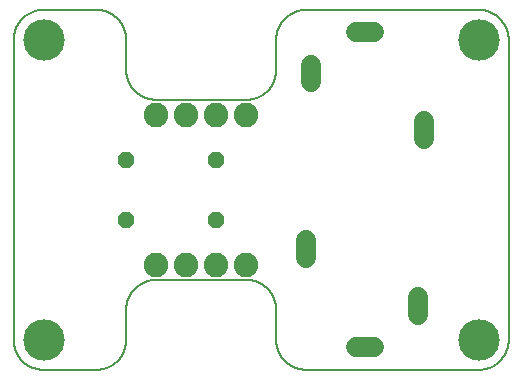
<source format=gbs>
G75*
%MOIN*%
%OFA0B0*%
%FSLAX25Y25*%
%IPPOS*%
%LPD*%
%AMOC8*
5,1,8,0,0,1.08239X$1,22.5*
%
%ADD10C,0.00800*%
%ADD11C,0.00000*%
%ADD12C,0.13800*%
%ADD13C,0.08200*%
%ADD14C,0.06706*%
%ADD15OC8,0.05600*%
D10*
X0012250Y0015449D02*
X0029750Y0015449D01*
X0029992Y0015452D01*
X0030233Y0015461D01*
X0030474Y0015475D01*
X0030715Y0015496D01*
X0030955Y0015522D01*
X0031195Y0015554D01*
X0031434Y0015592D01*
X0031671Y0015635D01*
X0031908Y0015685D01*
X0032143Y0015740D01*
X0032377Y0015800D01*
X0032609Y0015867D01*
X0032840Y0015938D01*
X0033069Y0016016D01*
X0033296Y0016099D01*
X0033521Y0016187D01*
X0033744Y0016281D01*
X0033964Y0016380D01*
X0034182Y0016485D01*
X0034397Y0016594D01*
X0034610Y0016709D01*
X0034820Y0016829D01*
X0035026Y0016954D01*
X0035230Y0017084D01*
X0035431Y0017219D01*
X0035628Y0017359D01*
X0035822Y0017503D01*
X0036012Y0017652D01*
X0036198Y0017806D01*
X0036381Y0017964D01*
X0036560Y0018126D01*
X0036735Y0018293D01*
X0036906Y0018464D01*
X0037073Y0018639D01*
X0037235Y0018818D01*
X0037393Y0019001D01*
X0037547Y0019187D01*
X0037696Y0019377D01*
X0037840Y0019571D01*
X0037980Y0019768D01*
X0038115Y0019969D01*
X0038245Y0020173D01*
X0038370Y0020379D01*
X0038490Y0020589D01*
X0038605Y0020802D01*
X0038714Y0021017D01*
X0038819Y0021235D01*
X0038918Y0021455D01*
X0039012Y0021678D01*
X0039100Y0021903D01*
X0039183Y0022130D01*
X0039261Y0022359D01*
X0039332Y0022590D01*
X0039399Y0022822D01*
X0039459Y0023056D01*
X0039514Y0023291D01*
X0039564Y0023528D01*
X0039607Y0023765D01*
X0039645Y0024004D01*
X0039677Y0024244D01*
X0039703Y0024484D01*
X0039724Y0024725D01*
X0039738Y0024966D01*
X0039747Y0025207D01*
X0039750Y0025449D01*
X0039750Y0035449D01*
X0039753Y0035691D01*
X0039762Y0035932D01*
X0039776Y0036173D01*
X0039797Y0036414D01*
X0039823Y0036654D01*
X0039855Y0036894D01*
X0039893Y0037133D01*
X0039936Y0037370D01*
X0039986Y0037607D01*
X0040041Y0037842D01*
X0040101Y0038076D01*
X0040168Y0038308D01*
X0040239Y0038539D01*
X0040317Y0038768D01*
X0040400Y0038995D01*
X0040488Y0039220D01*
X0040582Y0039443D01*
X0040681Y0039663D01*
X0040786Y0039881D01*
X0040895Y0040096D01*
X0041010Y0040309D01*
X0041130Y0040519D01*
X0041255Y0040725D01*
X0041385Y0040929D01*
X0041520Y0041130D01*
X0041660Y0041327D01*
X0041804Y0041521D01*
X0041953Y0041711D01*
X0042107Y0041897D01*
X0042265Y0042080D01*
X0042427Y0042259D01*
X0042594Y0042434D01*
X0042765Y0042605D01*
X0042940Y0042772D01*
X0043119Y0042934D01*
X0043302Y0043092D01*
X0043488Y0043246D01*
X0043678Y0043395D01*
X0043872Y0043539D01*
X0044069Y0043679D01*
X0044270Y0043814D01*
X0044474Y0043944D01*
X0044680Y0044069D01*
X0044890Y0044189D01*
X0045103Y0044304D01*
X0045318Y0044413D01*
X0045536Y0044518D01*
X0045756Y0044617D01*
X0045979Y0044711D01*
X0046204Y0044799D01*
X0046431Y0044882D01*
X0046660Y0044960D01*
X0046891Y0045031D01*
X0047123Y0045098D01*
X0047357Y0045158D01*
X0047592Y0045213D01*
X0047829Y0045263D01*
X0048066Y0045306D01*
X0048305Y0045344D01*
X0048545Y0045376D01*
X0048785Y0045402D01*
X0049026Y0045423D01*
X0049267Y0045437D01*
X0049508Y0045446D01*
X0049750Y0045449D01*
X0079750Y0045449D01*
X0079992Y0045446D01*
X0080233Y0045437D01*
X0080474Y0045423D01*
X0080715Y0045402D01*
X0080955Y0045376D01*
X0081195Y0045344D01*
X0081434Y0045306D01*
X0081671Y0045263D01*
X0081908Y0045213D01*
X0082143Y0045158D01*
X0082377Y0045098D01*
X0082609Y0045031D01*
X0082840Y0044960D01*
X0083069Y0044882D01*
X0083296Y0044799D01*
X0083521Y0044711D01*
X0083744Y0044617D01*
X0083964Y0044518D01*
X0084182Y0044413D01*
X0084397Y0044304D01*
X0084610Y0044189D01*
X0084820Y0044069D01*
X0085026Y0043944D01*
X0085230Y0043814D01*
X0085431Y0043679D01*
X0085628Y0043539D01*
X0085822Y0043395D01*
X0086012Y0043246D01*
X0086198Y0043092D01*
X0086381Y0042934D01*
X0086560Y0042772D01*
X0086735Y0042605D01*
X0086906Y0042434D01*
X0087073Y0042259D01*
X0087235Y0042080D01*
X0087393Y0041897D01*
X0087547Y0041711D01*
X0087696Y0041521D01*
X0087840Y0041327D01*
X0087980Y0041130D01*
X0088115Y0040929D01*
X0088245Y0040725D01*
X0088370Y0040519D01*
X0088490Y0040309D01*
X0088605Y0040096D01*
X0088714Y0039881D01*
X0088819Y0039663D01*
X0088918Y0039443D01*
X0089012Y0039220D01*
X0089100Y0038995D01*
X0089183Y0038768D01*
X0089261Y0038539D01*
X0089332Y0038308D01*
X0089399Y0038076D01*
X0089459Y0037842D01*
X0089514Y0037607D01*
X0089564Y0037370D01*
X0089607Y0037133D01*
X0089645Y0036894D01*
X0089677Y0036654D01*
X0089703Y0036414D01*
X0089724Y0036173D01*
X0089738Y0035932D01*
X0089747Y0035691D01*
X0089750Y0035449D01*
X0089750Y0025449D01*
X0089753Y0025207D01*
X0089762Y0024966D01*
X0089776Y0024725D01*
X0089797Y0024484D01*
X0089823Y0024244D01*
X0089855Y0024004D01*
X0089893Y0023765D01*
X0089936Y0023528D01*
X0089986Y0023291D01*
X0090041Y0023056D01*
X0090101Y0022822D01*
X0090168Y0022590D01*
X0090239Y0022359D01*
X0090317Y0022130D01*
X0090400Y0021903D01*
X0090488Y0021678D01*
X0090582Y0021455D01*
X0090681Y0021235D01*
X0090786Y0021017D01*
X0090895Y0020802D01*
X0091010Y0020589D01*
X0091130Y0020379D01*
X0091255Y0020173D01*
X0091385Y0019969D01*
X0091520Y0019768D01*
X0091660Y0019571D01*
X0091804Y0019377D01*
X0091953Y0019187D01*
X0092107Y0019001D01*
X0092265Y0018818D01*
X0092427Y0018639D01*
X0092594Y0018464D01*
X0092765Y0018293D01*
X0092940Y0018126D01*
X0093119Y0017964D01*
X0093302Y0017806D01*
X0093488Y0017652D01*
X0093678Y0017503D01*
X0093872Y0017359D01*
X0094069Y0017219D01*
X0094270Y0017084D01*
X0094474Y0016954D01*
X0094680Y0016829D01*
X0094890Y0016709D01*
X0095103Y0016594D01*
X0095318Y0016485D01*
X0095536Y0016380D01*
X0095756Y0016281D01*
X0095979Y0016187D01*
X0096204Y0016099D01*
X0096431Y0016016D01*
X0096660Y0015938D01*
X0096891Y0015867D01*
X0097123Y0015800D01*
X0097357Y0015740D01*
X0097592Y0015685D01*
X0097829Y0015635D01*
X0098066Y0015592D01*
X0098305Y0015554D01*
X0098545Y0015522D01*
X0098785Y0015496D01*
X0099026Y0015475D01*
X0099267Y0015461D01*
X0099508Y0015452D01*
X0099750Y0015449D01*
X0157250Y0015449D01*
X0157492Y0015452D01*
X0157733Y0015461D01*
X0157974Y0015475D01*
X0158215Y0015496D01*
X0158455Y0015522D01*
X0158695Y0015554D01*
X0158934Y0015592D01*
X0159171Y0015635D01*
X0159408Y0015685D01*
X0159643Y0015740D01*
X0159877Y0015800D01*
X0160109Y0015867D01*
X0160340Y0015938D01*
X0160569Y0016016D01*
X0160796Y0016099D01*
X0161021Y0016187D01*
X0161244Y0016281D01*
X0161464Y0016380D01*
X0161682Y0016485D01*
X0161897Y0016594D01*
X0162110Y0016709D01*
X0162320Y0016829D01*
X0162526Y0016954D01*
X0162730Y0017084D01*
X0162931Y0017219D01*
X0163128Y0017359D01*
X0163322Y0017503D01*
X0163512Y0017652D01*
X0163698Y0017806D01*
X0163881Y0017964D01*
X0164060Y0018126D01*
X0164235Y0018293D01*
X0164406Y0018464D01*
X0164573Y0018639D01*
X0164735Y0018818D01*
X0164893Y0019001D01*
X0165047Y0019187D01*
X0165196Y0019377D01*
X0165340Y0019571D01*
X0165480Y0019768D01*
X0165615Y0019969D01*
X0165745Y0020173D01*
X0165870Y0020379D01*
X0165990Y0020589D01*
X0166105Y0020802D01*
X0166214Y0021017D01*
X0166319Y0021235D01*
X0166418Y0021455D01*
X0166512Y0021678D01*
X0166600Y0021903D01*
X0166683Y0022130D01*
X0166761Y0022359D01*
X0166832Y0022590D01*
X0166899Y0022822D01*
X0166959Y0023056D01*
X0167014Y0023291D01*
X0167064Y0023528D01*
X0167107Y0023765D01*
X0167145Y0024004D01*
X0167177Y0024244D01*
X0167203Y0024484D01*
X0167224Y0024725D01*
X0167238Y0024966D01*
X0167247Y0025207D01*
X0167250Y0025449D01*
X0167250Y0125449D01*
X0167247Y0125691D01*
X0167238Y0125932D01*
X0167224Y0126173D01*
X0167203Y0126414D01*
X0167177Y0126654D01*
X0167145Y0126894D01*
X0167107Y0127133D01*
X0167064Y0127370D01*
X0167014Y0127607D01*
X0166959Y0127842D01*
X0166899Y0128076D01*
X0166832Y0128308D01*
X0166761Y0128539D01*
X0166683Y0128768D01*
X0166600Y0128995D01*
X0166512Y0129220D01*
X0166418Y0129443D01*
X0166319Y0129663D01*
X0166214Y0129881D01*
X0166105Y0130096D01*
X0165990Y0130309D01*
X0165870Y0130519D01*
X0165745Y0130725D01*
X0165615Y0130929D01*
X0165480Y0131130D01*
X0165340Y0131327D01*
X0165196Y0131521D01*
X0165047Y0131711D01*
X0164893Y0131897D01*
X0164735Y0132080D01*
X0164573Y0132259D01*
X0164406Y0132434D01*
X0164235Y0132605D01*
X0164060Y0132772D01*
X0163881Y0132934D01*
X0163698Y0133092D01*
X0163512Y0133246D01*
X0163322Y0133395D01*
X0163128Y0133539D01*
X0162931Y0133679D01*
X0162730Y0133814D01*
X0162526Y0133944D01*
X0162320Y0134069D01*
X0162110Y0134189D01*
X0161897Y0134304D01*
X0161682Y0134413D01*
X0161464Y0134518D01*
X0161244Y0134617D01*
X0161021Y0134711D01*
X0160796Y0134799D01*
X0160569Y0134882D01*
X0160340Y0134960D01*
X0160109Y0135031D01*
X0159877Y0135098D01*
X0159643Y0135158D01*
X0159408Y0135213D01*
X0159171Y0135263D01*
X0158934Y0135306D01*
X0158695Y0135344D01*
X0158455Y0135376D01*
X0158215Y0135402D01*
X0157974Y0135423D01*
X0157733Y0135437D01*
X0157492Y0135446D01*
X0157250Y0135449D01*
X0099750Y0135449D01*
X0099508Y0135446D01*
X0099267Y0135437D01*
X0099026Y0135423D01*
X0098785Y0135402D01*
X0098545Y0135376D01*
X0098305Y0135344D01*
X0098066Y0135306D01*
X0097829Y0135263D01*
X0097592Y0135213D01*
X0097357Y0135158D01*
X0097123Y0135098D01*
X0096891Y0135031D01*
X0096660Y0134960D01*
X0096431Y0134882D01*
X0096204Y0134799D01*
X0095979Y0134711D01*
X0095756Y0134617D01*
X0095536Y0134518D01*
X0095318Y0134413D01*
X0095103Y0134304D01*
X0094890Y0134189D01*
X0094680Y0134069D01*
X0094474Y0133944D01*
X0094270Y0133814D01*
X0094069Y0133679D01*
X0093872Y0133539D01*
X0093678Y0133395D01*
X0093488Y0133246D01*
X0093302Y0133092D01*
X0093119Y0132934D01*
X0092940Y0132772D01*
X0092765Y0132605D01*
X0092594Y0132434D01*
X0092427Y0132259D01*
X0092265Y0132080D01*
X0092107Y0131897D01*
X0091953Y0131711D01*
X0091804Y0131521D01*
X0091660Y0131327D01*
X0091520Y0131130D01*
X0091385Y0130929D01*
X0091255Y0130725D01*
X0091130Y0130519D01*
X0091010Y0130309D01*
X0090895Y0130096D01*
X0090786Y0129881D01*
X0090681Y0129663D01*
X0090582Y0129443D01*
X0090488Y0129220D01*
X0090400Y0128995D01*
X0090317Y0128768D01*
X0090239Y0128539D01*
X0090168Y0128308D01*
X0090101Y0128076D01*
X0090041Y0127842D01*
X0089986Y0127607D01*
X0089936Y0127370D01*
X0089893Y0127133D01*
X0089855Y0126894D01*
X0089823Y0126654D01*
X0089797Y0126414D01*
X0089776Y0126173D01*
X0089762Y0125932D01*
X0089753Y0125691D01*
X0089750Y0125449D01*
X0089750Y0115449D01*
X0089747Y0115207D01*
X0089738Y0114966D01*
X0089724Y0114725D01*
X0089703Y0114484D01*
X0089677Y0114244D01*
X0089645Y0114004D01*
X0089607Y0113765D01*
X0089564Y0113528D01*
X0089514Y0113291D01*
X0089459Y0113056D01*
X0089399Y0112822D01*
X0089332Y0112590D01*
X0089261Y0112359D01*
X0089183Y0112130D01*
X0089100Y0111903D01*
X0089012Y0111678D01*
X0088918Y0111455D01*
X0088819Y0111235D01*
X0088714Y0111017D01*
X0088605Y0110802D01*
X0088490Y0110589D01*
X0088370Y0110379D01*
X0088245Y0110173D01*
X0088115Y0109969D01*
X0087980Y0109768D01*
X0087840Y0109571D01*
X0087696Y0109377D01*
X0087547Y0109187D01*
X0087393Y0109001D01*
X0087235Y0108818D01*
X0087073Y0108639D01*
X0086906Y0108464D01*
X0086735Y0108293D01*
X0086560Y0108126D01*
X0086381Y0107964D01*
X0086198Y0107806D01*
X0086012Y0107652D01*
X0085822Y0107503D01*
X0085628Y0107359D01*
X0085431Y0107219D01*
X0085230Y0107084D01*
X0085026Y0106954D01*
X0084820Y0106829D01*
X0084610Y0106709D01*
X0084397Y0106594D01*
X0084182Y0106485D01*
X0083964Y0106380D01*
X0083744Y0106281D01*
X0083521Y0106187D01*
X0083296Y0106099D01*
X0083069Y0106016D01*
X0082840Y0105938D01*
X0082609Y0105867D01*
X0082377Y0105800D01*
X0082143Y0105740D01*
X0081908Y0105685D01*
X0081671Y0105635D01*
X0081434Y0105592D01*
X0081195Y0105554D01*
X0080955Y0105522D01*
X0080715Y0105496D01*
X0080474Y0105475D01*
X0080233Y0105461D01*
X0079992Y0105452D01*
X0079750Y0105449D01*
X0049750Y0105449D01*
X0049508Y0105452D01*
X0049267Y0105461D01*
X0049026Y0105475D01*
X0048785Y0105496D01*
X0048545Y0105522D01*
X0048305Y0105554D01*
X0048066Y0105592D01*
X0047829Y0105635D01*
X0047592Y0105685D01*
X0047357Y0105740D01*
X0047123Y0105800D01*
X0046891Y0105867D01*
X0046660Y0105938D01*
X0046431Y0106016D01*
X0046204Y0106099D01*
X0045979Y0106187D01*
X0045756Y0106281D01*
X0045536Y0106380D01*
X0045318Y0106485D01*
X0045103Y0106594D01*
X0044890Y0106709D01*
X0044680Y0106829D01*
X0044474Y0106954D01*
X0044270Y0107084D01*
X0044069Y0107219D01*
X0043872Y0107359D01*
X0043678Y0107503D01*
X0043488Y0107652D01*
X0043302Y0107806D01*
X0043119Y0107964D01*
X0042940Y0108126D01*
X0042765Y0108293D01*
X0042594Y0108464D01*
X0042427Y0108639D01*
X0042265Y0108818D01*
X0042107Y0109001D01*
X0041953Y0109187D01*
X0041804Y0109377D01*
X0041660Y0109571D01*
X0041520Y0109768D01*
X0041385Y0109969D01*
X0041255Y0110173D01*
X0041130Y0110379D01*
X0041010Y0110589D01*
X0040895Y0110802D01*
X0040786Y0111017D01*
X0040681Y0111235D01*
X0040582Y0111455D01*
X0040488Y0111678D01*
X0040400Y0111903D01*
X0040317Y0112130D01*
X0040239Y0112359D01*
X0040168Y0112590D01*
X0040101Y0112822D01*
X0040041Y0113056D01*
X0039986Y0113291D01*
X0039936Y0113528D01*
X0039893Y0113765D01*
X0039855Y0114004D01*
X0039823Y0114244D01*
X0039797Y0114484D01*
X0039776Y0114725D01*
X0039762Y0114966D01*
X0039753Y0115207D01*
X0039750Y0115449D01*
X0039750Y0125449D01*
X0039747Y0125691D01*
X0039738Y0125932D01*
X0039724Y0126173D01*
X0039703Y0126414D01*
X0039677Y0126654D01*
X0039645Y0126894D01*
X0039607Y0127133D01*
X0039564Y0127370D01*
X0039514Y0127607D01*
X0039459Y0127842D01*
X0039399Y0128076D01*
X0039332Y0128308D01*
X0039261Y0128539D01*
X0039183Y0128768D01*
X0039100Y0128995D01*
X0039012Y0129220D01*
X0038918Y0129443D01*
X0038819Y0129663D01*
X0038714Y0129881D01*
X0038605Y0130096D01*
X0038490Y0130309D01*
X0038370Y0130519D01*
X0038245Y0130725D01*
X0038115Y0130929D01*
X0037980Y0131130D01*
X0037840Y0131327D01*
X0037696Y0131521D01*
X0037547Y0131711D01*
X0037393Y0131897D01*
X0037235Y0132080D01*
X0037073Y0132259D01*
X0036906Y0132434D01*
X0036735Y0132605D01*
X0036560Y0132772D01*
X0036381Y0132934D01*
X0036198Y0133092D01*
X0036012Y0133246D01*
X0035822Y0133395D01*
X0035628Y0133539D01*
X0035431Y0133679D01*
X0035230Y0133814D01*
X0035026Y0133944D01*
X0034820Y0134069D01*
X0034610Y0134189D01*
X0034397Y0134304D01*
X0034182Y0134413D01*
X0033964Y0134518D01*
X0033744Y0134617D01*
X0033521Y0134711D01*
X0033296Y0134799D01*
X0033069Y0134882D01*
X0032840Y0134960D01*
X0032609Y0135031D01*
X0032377Y0135098D01*
X0032143Y0135158D01*
X0031908Y0135213D01*
X0031671Y0135263D01*
X0031434Y0135306D01*
X0031195Y0135344D01*
X0030955Y0135376D01*
X0030715Y0135402D01*
X0030474Y0135423D01*
X0030233Y0135437D01*
X0029992Y0135446D01*
X0029750Y0135449D01*
X0012250Y0135449D01*
X0012008Y0135446D01*
X0011767Y0135437D01*
X0011526Y0135423D01*
X0011285Y0135402D01*
X0011045Y0135376D01*
X0010805Y0135344D01*
X0010566Y0135306D01*
X0010329Y0135263D01*
X0010092Y0135213D01*
X0009857Y0135158D01*
X0009623Y0135098D01*
X0009391Y0135031D01*
X0009160Y0134960D01*
X0008931Y0134882D01*
X0008704Y0134799D01*
X0008479Y0134711D01*
X0008256Y0134617D01*
X0008036Y0134518D01*
X0007818Y0134413D01*
X0007603Y0134304D01*
X0007390Y0134189D01*
X0007180Y0134069D01*
X0006974Y0133944D01*
X0006770Y0133814D01*
X0006569Y0133679D01*
X0006372Y0133539D01*
X0006178Y0133395D01*
X0005988Y0133246D01*
X0005802Y0133092D01*
X0005619Y0132934D01*
X0005440Y0132772D01*
X0005265Y0132605D01*
X0005094Y0132434D01*
X0004927Y0132259D01*
X0004765Y0132080D01*
X0004607Y0131897D01*
X0004453Y0131711D01*
X0004304Y0131521D01*
X0004160Y0131327D01*
X0004020Y0131130D01*
X0003885Y0130929D01*
X0003755Y0130725D01*
X0003630Y0130519D01*
X0003510Y0130309D01*
X0003395Y0130096D01*
X0003286Y0129881D01*
X0003181Y0129663D01*
X0003082Y0129443D01*
X0002988Y0129220D01*
X0002900Y0128995D01*
X0002817Y0128768D01*
X0002739Y0128539D01*
X0002668Y0128308D01*
X0002601Y0128076D01*
X0002541Y0127842D01*
X0002486Y0127607D01*
X0002436Y0127370D01*
X0002393Y0127133D01*
X0002355Y0126894D01*
X0002323Y0126654D01*
X0002297Y0126414D01*
X0002276Y0126173D01*
X0002262Y0125932D01*
X0002253Y0125691D01*
X0002250Y0125449D01*
X0002250Y0025449D01*
X0002253Y0025207D01*
X0002262Y0024966D01*
X0002276Y0024725D01*
X0002297Y0024484D01*
X0002323Y0024244D01*
X0002355Y0024004D01*
X0002393Y0023765D01*
X0002436Y0023528D01*
X0002486Y0023291D01*
X0002541Y0023056D01*
X0002601Y0022822D01*
X0002668Y0022590D01*
X0002739Y0022359D01*
X0002817Y0022130D01*
X0002900Y0021903D01*
X0002988Y0021678D01*
X0003082Y0021455D01*
X0003181Y0021235D01*
X0003286Y0021017D01*
X0003395Y0020802D01*
X0003510Y0020589D01*
X0003630Y0020379D01*
X0003755Y0020173D01*
X0003885Y0019969D01*
X0004020Y0019768D01*
X0004160Y0019571D01*
X0004304Y0019377D01*
X0004453Y0019187D01*
X0004607Y0019001D01*
X0004765Y0018818D01*
X0004927Y0018639D01*
X0005094Y0018464D01*
X0005265Y0018293D01*
X0005440Y0018126D01*
X0005619Y0017964D01*
X0005802Y0017806D01*
X0005988Y0017652D01*
X0006178Y0017503D01*
X0006372Y0017359D01*
X0006569Y0017219D01*
X0006770Y0017084D01*
X0006974Y0016954D01*
X0007180Y0016829D01*
X0007390Y0016709D01*
X0007603Y0016594D01*
X0007818Y0016485D01*
X0008036Y0016380D01*
X0008256Y0016281D01*
X0008479Y0016187D01*
X0008704Y0016099D01*
X0008931Y0016016D01*
X0009160Y0015938D01*
X0009391Y0015867D01*
X0009623Y0015800D01*
X0009857Y0015740D01*
X0010092Y0015685D01*
X0010329Y0015635D01*
X0010566Y0015592D01*
X0010805Y0015554D01*
X0011045Y0015522D01*
X0011285Y0015496D01*
X0011526Y0015475D01*
X0011767Y0015461D01*
X0012008Y0015452D01*
X0012250Y0015449D01*
D11*
X0005750Y0025449D02*
X0005752Y0025610D01*
X0005758Y0025770D01*
X0005768Y0025931D01*
X0005782Y0026091D01*
X0005800Y0026251D01*
X0005821Y0026410D01*
X0005847Y0026569D01*
X0005877Y0026727D01*
X0005910Y0026884D01*
X0005948Y0027041D01*
X0005989Y0027196D01*
X0006034Y0027350D01*
X0006083Y0027503D01*
X0006136Y0027655D01*
X0006192Y0027806D01*
X0006253Y0027955D01*
X0006316Y0028103D01*
X0006384Y0028249D01*
X0006455Y0028393D01*
X0006529Y0028535D01*
X0006607Y0028676D01*
X0006689Y0028814D01*
X0006774Y0028951D01*
X0006862Y0029085D01*
X0006954Y0029217D01*
X0007049Y0029347D01*
X0007147Y0029475D01*
X0007248Y0029600D01*
X0007352Y0029722D01*
X0007459Y0029842D01*
X0007569Y0029959D01*
X0007682Y0030074D01*
X0007798Y0030185D01*
X0007917Y0030294D01*
X0008038Y0030399D01*
X0008162Y0030502D01*
X0008288Y0030602D01*
X0008416Y0030698D01*
X0008547Y0030791D01*
X0008681Y0030881D01*
X0008816Y0030968D01*
X0008954Y0031051D01*
X0009093Y0031131D01*
X0009235Y0031207D01*
X0009378Y0031280D01*
X0009523Y0031349D01*
X0009670Y0031415D01*
X0009818Y0031477D01*
X0009968Y0031535D01*
X0010119Y0031590D01*
X0010272Y0031641D01*
X0010426Y0031688D01*
X0010581Y0031731D01*
X0010737Y0031770D01*
X0010893Y0031806D01*
X0011051Y0031837D01*
X0011209Y0031865D01*
X0011368Y0031889D01*
X0011528Y0031909D01*
X0011688Y0031925D01*
X0011848Y0031937D01*
X0012009Y0031945D01*
X0012170Y0031949D01*
X0012330Y0031949D01*
X0012491Y0031945D01*
X0012652Y0031937D01*
X0012812Y0031925D01*
X0012972Y0031909D01*
X0013132Y0031889D01*
X0013291Y0031865D01*
X0013449Y0031837D01*
X0013607Y0031806D01*
X0013763Y0031770D01*
X0013919Y0031731D01*
X0014074Y0031688D01*
X0014228Y0031641D01*
X0014381Y0031590D01*
X0014532Y0031535D01*
X0014682Y0031477D01*
X0014830Y0031415D01*
X0014977Y0031349D01*
X0015122Y0031280D01*
X0015265Y0031207D01*
X0015407Y0031131D01*
X0015546Y0031051D01*
X0015684Y0030968D01*
X0015819Y0030881D01*
X0015953Y0030791D01*
X0016084Y0030698D01*
X0016212Y0030602D01*
X0016338Y0030502D01*
X0016462Y0030399D01*
X0016583Y0030294D01*
X0016702Y0030185D01*
X0016818Y0030074D01*
X0016931Y0029959D01*
X0017041Y0029842D01*
X0017148Y0029722D01*
X0017252Y0029600D01*
X0017353Y0029475D01*
X0017451Y0029347D01*
X0017546Y0029217D01*
X0017638Y0029085D01*
X0017726Y0028951D01*
X0017811Y0028814D01*
X0017893Y0028676D01*
X0017971Y0028535D01*
X0018045Y0028393D01*
X0018116Y0028249D01*
X0018184Y0028103D01*
X0018247Y0027955D01*
X0018308Y0027806D01*
X0018364Y0027655D01*
X0018417Y0027503D01*
X0018466Y0027350D01*
X0018511Y0027196D01*
X0018552Y0027041D01*
X0018590Y0026884D01*
X0018623Y0026727D01*
X0018653Y0026569D01*
X0018679Y0026410D01*
X0018700Y0026251D01*
X0018718Y0026091D01*
X0018732Y0025931D01*
X0018742Y0025770D01*
X0018748Y0025610D01*
X0018750Y0025449D01*
X0018748Y0025288D01*
X0018742Y0025128D01*
X0018732Y0024967D01*
X0018718Y0024807D01*
X0018700Y0024647D01*
X0018679Y0024488D01*
X0018653Y0024329D01*
X0018623Y0024171D01*
X0018590Y0024014D01*
X0018552Y0023857D01*
X0018511Y0023702D01*
X0018466Y0023548D01*
X0018417Y0023395D01*
X0018364Y0023243D01*
X0018308Y0023092D01*
X0018247Y0022943D01*
X0018184Y0022795D01*
X0018116Y0022649D01*
X0018045Y0022505D01*
X0017971Y0022363D01*
X0017893Y0022222D01*
X0017811Y0022084D01*
X0017726Y0021947D01*
X0017638Y0021813D01*
X0017546Y0021681D01*
X0017451Y0021551D01*
X0017353Y0021423D01*
X0017252Y0021298D01*
X0017148Y0021176D01*
X0017041Y0021056D01*
X0016931Y0020939D01*
X0016818Y0020824D01*
X0016702Y0020713D01*
X0016583Y0020604D01*
X0016462Y0020499D01*
X0016338Y0020396D01*
X0016212Y0020296D01*
X0016084Y0020200D01*
X0015953Y0020107D01*
X0015819Y0020017D01*
X0015684Y0019930D01*
X0015546Y0019847D01*
X0015407Y0019767D01*
X0015265Y0019691D01*
X0015122Y0019618D01*
X0014977Y0019549D01*
X0014830Y0019483D01*
X0014682Y0019421D01*
X0014532Y0019363D01*
X0014381Y0019308D01*
X0014228Y0019257D01*
X0014074Y0019210D01*
X0013919Y0019167D01*
X0013763Y0019128D01*
X0013607Y0019092D01*
X0013449Y0019061D01*
X0013291Y0019033D01*
X0013132Y0019009D01*
X0012972Y0018989D01*
X0012812Y0018973D01*
X0012652Y0018961D01*
X0012491Y0018953D01*
X0012330Y0018949D01*
X0012170Y0018949D01*
X0012009Y0018953D01*
X0011848Y0018961D01*
X0011688Y0018973D01*
X0011528Y0018989D01*
X0011368Y0019009D01*
X0011209Y0019033D01*
X0011051Y0019061D01*
X0010893Y0019092D01*
X0010737Y0019128D01*
X0010581Y0019167D01*
X0010426Y0019210D01*
X0010272Y0019257D01*
X0010119Y0019308D01*
X0009968Y0019363D01*
X0009818Y0019421D01*
X0009670Y0019483D01*
X0009523Y0019549D01*
X0009378Y0019618D01*
X0009235Y0019691D01*
X0009093Y0019767D01*
X0008954Y0019847D01*
X0008816Y0019930D01*
X0008681Y0020017D01*
X0008547Y0020107D01*
X0008416Y0020200D01*
X0008288Y0020296D01*
X0008162Y0020396D01*
X0008038Y0020499D01*
X0007917Y0020604D01*
X0007798Y0020713D01*
X0007682Y0020824D01*
X0007569Y0020939D01*
X0007459Y0021056D01*
X0007352Y0021176D01*
X0007248Y0021298D01*
X0007147Y0021423D01*
X0007049Y0021551D01*
X0006954Y0021681D01*
X0006862Y0021813D01*
X0006774Y0021947D01*
X0006689Y0022084D01*
X0006607Y0022222D01*
X0006529Y0022363D01*
X0006455Y0022505D01*
X0006384Y0022649D01*
X0006316Y0022795D01*
X0006253Y0022943D01*
X0006192Y0023092D01*
X0006136Y0023243D01*
X0006083Y0023395D01*
X0006034Y0023548D01*
X0005989Y0023702D01*
X0005948Y0023857D01*
X0005910Y0024014D01*
X0005877Y0024171D01*
X0005847Y0024329D01*
X0005821Y0024488D01*
X0005800Y0024647D01*
X0005782Y0024807D01*
X0005768Y0024967D01*
X0005758Y0025128D01*
X0005752Y0025288D01*
X0005750Y0025449D01*
X0005750Y0125449D02*
X0005752Y0125610D01*
X0005758Y0125770D01*
X0005768Y0125931D01*
X0005782Y0126091D01*
X0005800Y0126251D01*
X0005821Y0126410D01*
X0005847Y0126569D01*
X0005877Y0126727D01*
X0005910Y0126884D01*
X0005948Y0127041D01*
X0005989Y0127196D01*
X0006034Y0127350D01*
X0006083Y0127503D01*
X0006136Y0127655D01*
X0006192Y0127806D01*
X0006253Y0127955D01*
X0006316Y0128103D01*
X0006384Y0128249D01*
X0006455Y0128393D01*
X0006529Y0128535D01*
X0006607Y0128676D01*
X0006689Y0128814D01*
X0006774Y0128951D01*
X0006862Y0129085D01*
X0006954Y0129217D01*
X0007049Y0129347D01*
X0007147Y0129475D01*
X0007248Y0129600D01*
X0007352Y0129722D01*
X0007459Y0129842D01*
X0007569Y0129959D01*
X0007682Y0130074D01*
X0007798Y0130185D01*
X0007917Y0130294D01*
X0008038Y0130399D01*
X0008162Y0130502D01*
X0008288Y0130602D01*
X0008416Y0130698D01*
X0008547Y0130791D01*
X0008681Y0130881D01*
X0008816Y0130968D01*
X0008954Y0131051D01*
X0009093Y0131131D01*
X0009235Y0131207D01*
X0009378Y0131280D01*
X0009523Y0131349D01*
X0009670Y0131415D01*
X0009818Y0131477D01*
X0009968Y0131535D01*
X0010119Y0131590D01*
X0010272Y0131641D01*
X0010426Y0131688D01*
X0010581Y0131731D01*
X0010737Y0131770D01*
X0010893Y0131806D01*
X0011051Y0131837D01*
X0011209Y0131865D01*
X0011368Y0131889D01*
X0011528Y0131909D01*
X0011688Y0131925D01*
X0011848Y0131937D01*
X0012009Y0131945D01*
X0012170Y0131949D01*
X0012330Y0131949D01*
X0012491Y0131945D01*
X0012652Y0131937D01*
X0012812Y0131925D01*
X0012972Y0131909D01*
X0013132Y0131889D01*
X0013291Y0131865D01*
X0013449Y0131837D01*
X0013607Y0131806D01*
X0013763Y0131770D01*
X0013919Y0131731D01*
X0014074Y0131688D01*
X0014228Y0131641D01*
X0014381Y0131590D01*
X0014532Y0131535D01*
X0014682Y0131477D01*
X0014830Y0131415D01*
X0014977Y0131349D01*
X0015122Y0131280D01*
X0015265Y0131207D01*
X0015407Y0131131D01*
X0015546Y0131051D01*
X0015684Y0130968D01*
X0015819Y0130881D01*
X0015953Y0130791D01*
X0016084Y0130698D01*
X0016212Y0130602D01*
X0016338Y0130502D01*
X0016462Y0130399D01*
X0016583Y0130294D01*
X0016702Y0130185D01*
X0016818Y0130074D01*
X0016931Y0129959D01*
X0017041Y0129842D01*
X0017148Y0129722D01*
X0017252Y0129600D01*
X0017353Y0129475D01*
X0017451Y0129347D01*
X0017546Y0129217D01*
X0017638Y0129085D01*
X0017726Y0128951D01*
X0017811Y0128814D01*
X0017893Y0128676D01*
X0017971Y0128535D01*
X0018045Y0128393D01*
X0018116Y0128249D01*
X0018184Y0128103D01*
X0018247Y0127955D01*
X0018308Y0127806D01*
X0018364Y0127655D01*
X0018417Y0127503D01*
X0018466Y0127350D01*
X0018511Y0127196D01*
X0018552Y0127041D01*
X0018590Y0126884D01*
X0018623Y0126727D01*
X0018653Y0126569D01*
X0018679Y0126410D01*
X0018700Y0126251D01*
X0018718Y0126091D01*
X0018732Y0125931D01*
X0018742Y0125770D01*
X0018748Y0125610D01*
X0018750Y0125449D01*
X0018748Y0125288D01*
X0018742Y0125128D01*
X0018732Y0124967D01*
X0018718Y0124807D01*
X0018700Y0124647D01*
X0018679Y0124488D01*
X0018653Y0124329D01*
X0018623Y0124171D01*
X0018590Y0124014D01*
X0018552Y0123857D01*
X0018511Y0123702D01*
X0018466Y0123548D01*
X0018417Y0123395D01*
X0018364Y0123243D01*
X0018308Y0123092D01*
X0018247Y0122943D01*
X0018184Y0122795D01*
X0018116Y0122649D01*
X0018045Y0122505D01*
X0017971Y0122363D01*
X0017893Y0122222D01*
X0017811Y0122084D01*
X0017726Y0121947D01*
X0017638Y0121813D01*
X0017546Y0121681D01*
X0017451Y0121551D01*
X0017353Y0121423D01*
X0017252Y0121298D01*
X0017148Y0121176D01*
X0017041Y0121056D01*
X0016931Y0120939D01*
X0016818Y0120824D01*
X0016702Y0120713D01*
X0016583Y0120604D01*
X0016462Y0120499D01*
X0016338Y0120396D01*
X0016212Y0120296D01*
X0016084Y0120200D01*
X0015953Y0120107D01*
X0015819Y0120017D01*
X0015684Y0119930D01*
X0015546Y0119847D01*
X0015407Y0119767D01*
X0015265Y0119691D01*
X0015122Y0119618D01*
X0014977Y0119549D01*
X0014830Y0119483D01*
X0014682Y0119421D01*
X0014532Y0119363D01*
X0014381Y0119308D01*
X0014228Y0119257D01*
X0014074Y0119210D01*
X0013919Y0119167D01*
X0013763Y0119128D01*
X0013607Y0119092D01*
X0013449Y0119061D01*
X0013291Y0119033D01*
X0013132Y0119009D01*
X0012972Y0118989D01*
X0012812Y0118973D01*
X0012652Y0118961D01*
X0012491Y0118953D01*
X0012330Y0118949D01*
X0012170Y0118949D01*
X0012009Y0118953D01*
X0011848Y0118961D01*
X0011688Y0118973D01*
X0011528Y0118989D01*
X0011368Y0119009D01*
X0011209Y0119033D01*
X0011051Y0119061D01*
X0010893Y0119092D01*
X0010737Y0119128D01*
X0010581Y0119167D01*
X0010426Y0119210D01*
X0010272Y0119257D01*
X0010119Y0119308D01*
X0009968Y0119363D01*
X0009818Y0119421D01*
X0009670Y0119483D01*
X0009523Y0119549D01*
X0009378Y0119618D01*
X0009235Y0119691D01*
X0009093Y0119767D01*
X0008954Y0119847D01*
X0008816Y0119930D01*
X0008681Y0120017D01*
X0008547Y0120107D01*
X0008416Y0120200D01*
X0008288Y0120296D01*
X0008162Y0120396D01*
X0008038Y0120499D01*
X0007917Y0120604D01*
X0007798Y0120713D01*
X0007682Y0120824D01*
X0007569Y0120939D01*
X0007459Y0121056D01*
X0007352Y0121176D01*
X0007248Y0121298D01*
X0007147Y0121423D01*
X0007049Y0121551D01*
X0006954Y0121681D01*
X0006862Y0121813D01*
X0006774Y0121947D01*
X0006689Y0122084D01*
X0006607Y0122222D01*
X0006529Y0122363D01*
X0006455Y0122505D01*
X0006384Y0122649D01*
X0006316Y0122795D01*
X0006253Y0122943D01*
X0006192Y0123092D01*
X0006136Y0123243D01*
X0006083Y0123395D01*
X0006034Y0123548D01*
X0005989Y0123702D01*
X0005948Y0123857D01*
X0005910Y0124014D01*
X0005877Y0124171D01*
X0005847Y0124329D01*
X0005821Y0124488D01*
X0005800Y0124647D01*
X0005782Y0124807D01*
X0005768Y0124967D01*
X0005758Y0125128D01*
X0005752Y0125288D01*
X0005750Y0125449D01*
X0150750Y0125449D02*
X0150752Y0125610D01*
X0150758Y0125770D01*
X0150768Y0125931D01*
X0150782Y0126091D01*
X0150800Y0126251D01*
X0150821Y0126410D01*
X0150847Y0126569D01*
X0150877Y0126727D01*
X0150910Y0126884D01*
X0150948Y0127041D01*
X0150989Y0127196D01*
X0151034Y0127350D01*
X0151083Y0127503D01*
X0151136Y0127655D01*
X0151192Y0127806D01*
X0151253Y0127955D01*
X0151316Y0128103D01*
X0151384Y0128249D01*
X0151455Y0128393D01*
X0151529Y0128535D01*
X0151607Y0128676D01*
X0151689Y0128814D01*
X0151774Y0128951D01*
X0151862Y0129085D01*
X0151954Y0129217D01*
X0152049Y0129347D01*
X0152147Y0129475D01*
X0152248Y0129600D01*
X0152352Y0129722D01*
X0152459Y0129842D01*
X0152569Y0129959D01*
X0152682Y0130074D01*
X0152798Y0130185D01*
X0152917Y0130294D01*
X0153038Y0130399D01*
X0153162Y0130502D01*
X0153288Y0130602D01*
X0153416Y0130698D01*
X0153547Y0130791D01*
X0153681Y0130881D01*
X0153816Y0130968D01*
X0153954Y0131051D01*
X0154093Y0131131D01*
X0154235Y0131207D01*
X0154378Y0131280D01*
X0154523Y0131349D01*
X0154670Y0131415D01*
X0154818Y0131477D01*
X0154968Y0131535D01*
X0155119Y0131590D01*
X0155272Y0131641D01*
X0155426Y0131688D01*
X0155581Y0131731D01*
X0155737Y0131770D01*
X0155893Y0131806D01*
X0156051Y0131837D01*
X0156209Y0131865D01*
X0156368Y0131889D01*
X0156528Y0131909D01*
X0156688Y0131925D01*
X0156848Y0131937D01*
X0157009Y0131945D01*
X0157170Y0131949D01*
X0157330Y0131949D01*
X0157491Y0131945D01*
X0157652Y0131937D01*
X0157812Y0131925D01*
X0157972Y0131909D01*
X0158132Y0131889D01*
X0158291Y0131865D01*
X0158449Y0131837D01*
X0158607Y0131806D01*
X0158763Y0131770D01*
X0158919Y0131731D01*
X0159074Y0131688D01*
X0159228Y0131641D01*
X0159381Y0131590D01*
X0159532Y0131535D01*
X0159682Y0131477D01*
X0159830Y0131415D01*
X0159977Y0131349D01*
X0160122Y0131280D01*
X0160265Y0131207D01*
X0160407Y0131131D01*
X0160546Y0131051D01*
X0160684Y0130968D01*
X0160819Y0130881D01*
X0160953Y0130791D01*
X0161084Y0130698D01*
X0161212Y0130602D01*
X0161338Y0130502D01*
X0161462Y0130399D01*
X0161583Y0130294D01*
X0161702Y0130185D01*
X0161818Y0130074D01*
X0161931Y0129959D01*
X0162041Y0129842D01*
X0162148Y0129722D01*
X0162252Y0129600D01*
X0162353Y0129475D01*
X0162451Y0129347D01*
X0162546Y0129217D01*
X0162638Y0129085D01*
X0162726Y0128951D01*
X0162811Y0128814D01*
X0162893Y0128676D01*
X0162971Y0128535D01*
X0163045Y0128393D01*
X0163116Y0128249D01*
X0163184Y0128103D01*
X0163247Y0127955D01*
X0163308Y0127806D01*
X0163364Y0127655D01*
X0163417Y0127503D01*
X0163466Y0127350D01*
X0163511Y0127196D01*
X0163552Y0127041D01*
X0163590Y0126884D01*
X0163623Y0126727D01*
X0163653Y0126569D01*
X0163679Y0126410D01*
X0163700Y0126251D01*
X0163718Y0126091D01*
X0163732Y0125931D01*
X0163742Y0125770D01*
X0163748Y0125610D01*
X0163750Y0125449D01*
X0163748Y0125288D01*
X0163742Y0125128D01*
X0163732Y0124967D01*
X0163718Y0124807D01*
X0163700Y0124647D01*
X0163679Y0124488D01*
X0163653Y0124329D01*
X0163623Y0124171D01*
X0163590Y0124014D01*
X0163552Y0123857D01*
X0163511Y0123702D01*
X0163466Y0123548D01*
X0163417Y0123395D01*
X0163364Y0123243D01*
X0163308Y0123092D01*
X0163247Y0122943D01*
X0163184Y0122795D01*
X0163116Y0122649D01*
X0163045Y0122505D01*
X0162971Y0122363D01*
X0162893Y0122222D01*
X0162811Y0122084D01*
X0162726Y0121947D01*
X0162638Y0121813D01*
X0162546Y0121681D01*
X0162451Y0121551D01*
X0162353Y0121423D01*
X0162252Y0121298D01*
X0162148Y0121176D01*
X0162041Y0121056D01*
X0161931Y0120939D01*
X0161818Y0120824D01*
X0161702Y0120713D01*
X0161583Y0120604D01*
X0161462Y0120499D01*
X0161338Y0120396D01*
X0161212Y0120296D01*
X0161084Y0120200D01*
X0160953Y0120107D01*
X0160819Y0120017D01*
X0160684Y0119930D01*
X0160546Y0119847D01*
X0160407Y0119767D01*
X0160265Y0119691D01*
X0160122Y0119618D01*
X0159977Y0119549D01*
X0159830Y0119483D01*
X0159682Y0119421D01*
X0159532Y0119363D01*
X0159381Y0119308D01*
X0159228Y0119257D01*
X0159074Y0119210D01*
X0158919Y0119167D01*
X0158763Y0119128D01*
X0158607Y0119092D01*
X0158449Y0119061D01*
X0158291Y0119033D01*
X0158132Y0119009D01*
X0157972Y0118989D01*
X0157812Y0118973D01*
X0157652Y0118961D01*
X0157491Y0118953D01*
X0157330Y0118949D01*
X0157170Y0118949D01*
X0157009Y0118953D01*
X0156848Y0118961D01*
X0156688Y0118973D01*
X0156528Y0118989D01*
X0156368Y0119009D01*
X0156209Y0119033D01*
X0156051Y0119061D01*
X0155893Y0119092D01*
X0155737Y0119128D01*
X0155581Y0119167D01*
X0155426Y0119210D01*
X0155272Y0119257D01*
X0155119Y0119308D01*
X0154968Y0119363D01*
X0154818Y0119421D01*
X0154670Y0119483D01*
X0154523Y0119549D01*
X0154378Y0119618D01*
X0154235Y0119691D01*
X0154093Y0119767D01*
X0153954Y0119847D01*
X0153816Y0119930D01*
X0153681Y0120017D01*
X0153547Y0120107D01*
X0153416Y0120200D01*
X0153288Y0120296D01*
X0153162Y0120396D01*
X0153038Y0120499D01*
X0152917Y0120604D01*
X0152798Y0120713D01*
X0152682Y0120824D01*
X0152569Y0120939D01*
X0152459Y0121056D01*
X0152352Y0121176D01*
X0152248Y0121298D01*
X0152147Y0121423D01*
X0152049Y0121551D01*
X0151954Y0121681D01*
X0151862Y0121813D01*
X0151774Y0121947D01*
X0151689Y0122084D01*
X0151607Y0122222D01*
X0151529Y0122363D01*
X0151455Y0122505D01*
X0151384Y0122649D01*
X0151316Y0122795D01*
X0151253Y0122943D01*
X0151192Y0123092D01*
X0151136Y0123243D01*
X0151083Y0123395D01*
X0151034Y0123548D01*
X0150989Y0123702D01*
X0150948Y0123857D01*
X0150910Y0124014D01*
X0150877Y0124171D01*
X0150847Y0124329D01*
X0150821Y0124488D01*
X0150800Y0124647D01*
X0150782Y0124807D01*
X0150768Y0124967D01*
X0150758Y0125128D01*
X0150752Y0125288D01*
X0150750Y0125449D01*
X0150750Y0025449D02*
X0150752Y0025610D01*
X0150758Y0025770D01*
X0150768Y0025931D01*
X0150782Y0026091D01*
X0150800Y0026251D01*
X0150821Y0026410D01*
X0150847Y0026569D01*
X0150877Y0026727D01*
X0150910Y0026884D01*
X0150948Y0027041D01*
X0150989Y0027196D01*
X0151034Y0027350D01*
X0151083Y0027503D01*
X0151136Y0027655D01*
X0151192Y0027806D01*
X0151253Y0027955D01*
X0151316Y0028103D01*
X0151384Y0028249D01*
X0151455Y0028393D01*
X0151529Y0028535D01*
X0151607Y0028676D01*
X0151689Y0028814D01*
X0151774Y0028951D01*
X0151862Y0029085D01*
X0151954Y0029217D01*
X0152049Y0029347D01*
X0152147Y0029475D01*
X0152248Y0029600D01*
X0152352Y0029722D01*
X0152459Y0029842D01*
X0152569Y0029959D01*
X0152682Y0030074D01*
X0152798Y0030185D01*
X0152917Y0030294D01*
X0153038Y0030399D01*
X0153162Y0030502D01*
X0153288Y0030602D01*
X0153416Y0030698D01*
X0153547Y0030791D01*
X0153681Y0030881D01*
X0153816Y0030968D01*
X0153954Y0031051D01*
X0154093Y0031131D01*
X0154235Y0031207D01*
X0154378Y0031280D01*
X0154523Y0031349D01*
X0154670Y0031415D01*
X0154818Y0031477D01*
X0154968Y0031535D01*
X0155119Y0031590D01*
X0155272Y0031641D01*
X0155426Y0031688D01*
X0155581Y0031731D01*
X0155737Y0031770D01*
X0155893Y0031806D01*
X0156051Y0031837D01*
X0156209Y0031865D01*
X0156368Y0031889D01*
X0156528Y0031909D01*
X0156688Y0031925D01*
X0156848Y0031937D01*
X0157009Y0031945D01*
X0157170Y0031949D01*
X0157330Y0031949D01*
X0157491Y0031945D01*
X0157652Y0031937D01*
X0157812Y0031925D01*
X0157972Y0031909D01*
X0158132Y0031889D01*
X0158291Y0031865D01*
X0158449Y0031837D01*
X0158607Y0031806D01*
X0158763Y0031770D01*
X0158919Y0031731D01*
X0159074Y0031688D01*
X0159228Y0031641D01*
X0159381Y0031590D01*
X0159532Y0031535D01*
X0159682Y0031477D01*
X0159830Y0031415D01*
X0159977Y0031349D01*
X0160122Y0031280D01*
X0160265Y0031207D01*
X0160407Y0031131D01*
X0160546Y0031051D01*
X0160684Y0030968D01*
X0160819Y0030881D01*
X0160953Y0030791D01*
X0161084Y0030698D01*
X0161212Y0030602D01*
X0161338Y0030502D01*
X0161462Y0030399D01*
X0161583Y0030294D01*
X0161702Y0030185D01*
X0161818Y0030074D01*
X0161931Y0029959D01*
X0162041Y0029842D01*
X0162148Y0029722D01*
X0162252Y0029600D01*
X0162353Y0029475D01*
X0162451Y0029347D01*
X0162546Y0029217D01*
X0162638Y0029085D01*
X0162726Y0028951D01*
X0162811Y0028814D01*
X0162893Y0028676D01*
X0162971Y0028535D01*
X0163045Y0028393D01*
X0163116Y0028249D01*
X0163184Y0028103D01*
X0163247Y0027955D01*
X0163308Y0027806D01*
X0163364Y0027655D01*
X0163417Y0027503D01*
X0163466Y0027350D01*
X0163511Y0027196D01*
X0163552Y0027041D01*
X0163590Y0026884D01*
X0163623Y0026727D01*
X0163653Y0026569D01*
X0163679Y0026410D01*
X0163700Y0026251D01*
X0163718Y0026091D01*
X0163732Y0025931D01*
X0163742Y0025770D01*
X0163748Y0025610D01*
X0163750Y0025449D01*
X0163748Y0025288D01*
X0163742Y0025128D01*
X0163732Y0024967D01*
X0163718Y0024807D01*
X0163700Y0024647D01*
X0163679Y0024488D01*
X0163653Y0024329D01*
X0163623Y0024171D01*
X0163590Y0024014D01*
X0163552Y0023857D01*
X0163511Y0023702D01*
X0163466Y0023548D01*
X0163417Y0023395D01*
X0163364Y0023243D01*
X0163308Y0023092D01*
X0163247Y0022943D01*
X0163184Y0022795D01*
X0163116Y0022649D01*
X0163045Y0022505D01*
X0162971Y0022363D01*
X0162893Y0022222D01*
X0162811Y0022084D01*
X0162726Y0021947D01*
X0162638Y0021813D01*
X0162546Y0021681D01*
X0162451Y0021551D01*
X0162353Y0021423D01*
X0162252Y0021298D01*
X0162148Y0021176D01*
X0162041Y0021056D01*
X0161931Y0020939D01*
X0161818Y0020824D01*
X0161702Y0020713D01*
X0161583Y0020604D01*
X0161462Y0020499D01*
X0161338Y0020396D01*
X0161212Y0020296D01*
X0161084Y0020200D01*
X0160953Y0020107D01*
X0160819Y0020017D01*
X0160684Y0019930D01*
X0160546Y0019847D01*
X0160407Y0019767D01*
X0160265Y0019691D01*
X0160122Y0019618D01*
X0159977Y0019549D01*
X0159830Y0019483D01*
X0159682Y0019421D01*
X0159532Y0019363D01*
X0159381Y0019308D01*
X0159228Y0019257D01*
X0159074Y0019210D01*
X0158919Y0019167D01*
X0158763Y0019128D01*
X0158607Y0019092D01*
X0158449Y0019061D01*
X0158291Y0019033D01*
X0158132Y0019009D01*
X0157972Y0018989D01*
X0157812Y0018973D01*
X0157652Y0018961D01*
X0157491Y0018953D01*
X0157330Y0018949D01*
X0157170Y0018949D01*
X0157009Y0018953D01*
X0156848Y0018961D01*
X0156688Y0018973D01*
X0156528Y0018989D01*
X0156368Y0019009D01*
X0156209Y0019033D01*
X0156051Y0019061D01*
X0155893Y0019092D01*
X0155737Y0019128D01*
X0155581Y0019167D01*
X0155426Y0019210D01*
X0155272Y0019257D01*
X0155119Y0019308D01*
X0154968Y0019363D01*
X0154818Y0019421D01*
X0154670Y0019483D01*
X0154523Y0019549D01*
X0154378Y0019618D01*
X0154235Y0019691D01*
X0154093Y0019767D01*
X0153954Y0019847D01*
X0153816Y0019930D01*
X0153681Y0020017D01*
X0153547Y0020107D01*
X0153416Y0020200D01*
X0153288Y0020296D01*
X0153162Y0020396D01*
X0153038Y0020499D01*
X0152917Y0020604D01*
X0152798Y0020713D01*
X0152682Y0020824D01*
X0152569Y0020939D01*
X0152459Y0021056D01*
X0152352Y0021176D01*
X0152248Y0021298D01*
X0152147Y0021423D01*
X0152049Y0021551D01*
X0151954Y0021681D01*
X0151862Y0021813D01*
X0151774Y0021947D01*
X0151689Y0022084D01*
X0151607Y0022222D01*
X0151529Y0022363D01*
X0151455Y0022505D01*
X0151384Y0022649D01*
X0151316Y0022795D01*
X0151253Y0022943D01*
X0151192Y0023092D01*
X0151136Y0023243D01*
X0151083Y0023395D01*
X0151034Y0023548D01*
X0150989Y0023702D01*
X0150948Y0023857D01*
X0150910Y0024014D01*
X0150877Y0024171D01*
X0150847Y0024329D01*
X0150821Y0024488D01*
X0150800Y0024647D01*
X0150782Y0024807D01*
X0150768Y0024967D01*
X0150758Y0025128D01*
X0150752Y0025288D01*
X0150750Y0025449D01*
D12*
X0157250Y0025449D03*
X0157250Y0125449D03*
X0012250Y0125449D03*
X0012250Y0025449D03*
D13*
X0049750Y0050449D03*
X0059750Y0050449D03*
X0069750Y0050449D03*
X0079750Y0050449D03*
X0079750Y0100449D03*
X0069750Y0100449D03*
X0059750Y0100449D03*
X0049750Y0100449D03*
D14*
X0099565Y0058579D02*
X0099565Y0052673D01*
X0116297Y0022949D02*
X0122203Y0022949D01*
X0136967Y0033776D02*
X0136967Y0039681D01*
X0138935Y0092319D02*
X0138935Y0098224D01*
X0122203Y0127949D02*
X0116297Y0127949D01*
X0101533Y0117122D02*
X0101533Y0111217D01*
D15*
X0069750Y0085449D03*
X0069750Y0065449D03*
X0039750Y0065449D03*
X0039750Y0085449D03*
M02*

</source>
